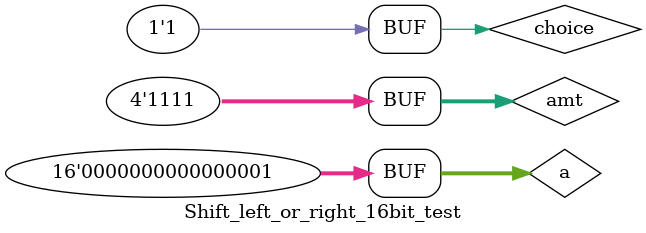
<source format=v>
`timescale 1ns / 1ps

module Shift_left_or_right_16bit_test;
    
    reg [15:0] a;
    reg [3:0] amt;
    reg choice;
   
    wire [15:0] ystage;
    wire [15:0] ycase;
    
Shift_left_or_right_stage_16bit UUTs(
    .a(a),
    .amt(amt),
    .choice(choice),
    .y(ystage)
);

Shift_left_or_right_case_16bit UUTc(
    .a(a),
    .amt(amt),
    .choice(choice),
    .y(ycase)
);

    initial begin
        a = 16'b1101011111111111;
        choice = 0;
        amt = 1; #10;
        amt = 2; #10;
        amt = 3; #10;
        amt = 4; #10;
        amt = 5; #10;
        amt = 6; #10;
        amt = 7; #10;
        amt = 8; #10;
        amt = 9; #10;
        amt = 10; #10;
        amt = 11; #10;
        amt = 12; #10;
        amt = 13; #10;
        amt = 14; #10;
        amt = 15; #10;
        a = 16'b1111001111111111;
        choice = 1;
        amt = 1; #10;
        amt = 2; #10;
        amt = 3; #10;
        amt = 4; #10;
        amt = 5; #10;
        amt = 6; #10;
        amt = 7; #10;
        amt = 8; #10;
        amt = 9; #10;
        amt = 10; #10;
        amt = 11; #10;
        amt = 12; #10;
        amt = 13; #10;
        amt = 14; #10;
        amt = 15; #10;
        a = 16'b0000000000000001;
        amt = 1; #10;
        amt = 2; #10;
        amt = 3; #10;
        choice = 0;
        amt = 4; #10;
        amt = 5; #10;
        amt = 6; #10;
        amt = 7; #10;
        amt = 8; #10;
        amt = 9; #10;
        amt = 10; #10;
        amt = 11; #10;
        choice = 1;
        amt = 12; #10;
        amt = 13; #10;
        amt = 14; #10;
        amt = 15; #10;
     end

endmodule

</source>
